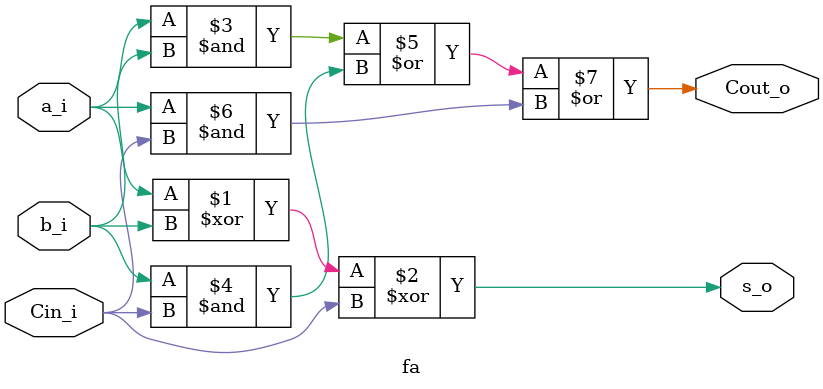
<source format=v>
`timescale 1ns / 1ps


module fa(
    input a_i,
    input b_i,
    input Cin_i,
    output s_o,
    output Cout_o
    );
    
    assign s_o = a_i ^ b_i ^ Cin_i;
    assign Cout_o = (a_i & b_i) | (b_i & Cin_i) | (a_i & Cin_i);
 
endmodule


</source>
